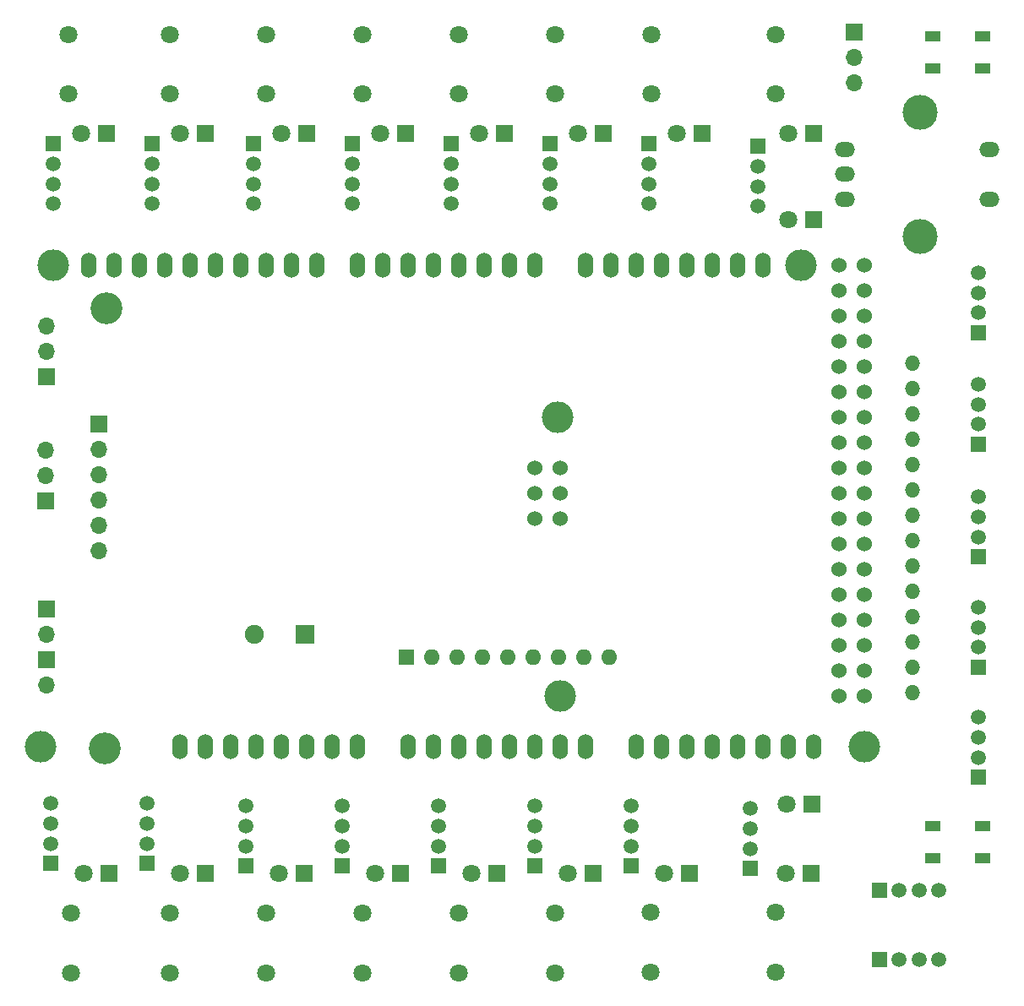
<source format=gbr>
G04 #@! TF.FileFunction,Soldermask,Top*
%FSLAX46Y46*%
G04 Gerber Fmt 4.6, Leading zero omitted, Abs format (unit mm)*
G04 Created by KiCad (PCBNEW 4.0.6-e0-6349~53~ubuntu16.04.1) date Thu Jun 29 18:49:34 2017*
%MOMM*%
%LPD*%
G01*
G04 APERTURE LIST*
%ADD10C,0.100000*%
%ADD11R,1.800000X1.800000*%
%ADD12C,1.800000*%
%ADD13R,1.600000X1.000000*%
%ADD14O,1.998980X1.501140*%
%ADD15C,3.500120*%
%ADD16R,1.905000X1.905000*%
%ADD17C,1.905000*%
%ADD18R,1.700000X1.700000*%
%ADD19O,1.700000X1.700000*%
%ADD20R,1.500000X1.500000*%
%ADD21C,1.500000*%
%ADD22R,1.600000X1.600000*%
%ADD23O,1.600000X1.600000*%
%ADD24O,1.524000X1.524000*%
%ADD25O,1.524000X2.540000*%
%ADD26C,3.175000*%
%ADD27C,1.524000*%
%ADD28C,3.200000*%
G04 APERTURE END LIST*
D10*
D11*
X132588000Y-107696000D03*
D12*
X130048000Y-107696000D03*
D11*
X142240000Y-107696000D03*
D12*
X139700000Y-107696000D03*
D11*
X152146000Y-107696000D03*
D12*
X149606000Y-107696000D03*
D11*
X161798000Y-107696000D03*
D12*
X159258000Y-107696000D03*
D11*
X171450000Y-107696000D03*
D12*
X168910000Y-107696000D03*
D11*
X181102000Y-107696000D03*
D12*
X178562000Y-107696000D03*
D11*
X190754000Y-107696000D03*
D12*
X188214000Y-107696000D03*
D11*
X132334000Y-33528000D03*
D12*
X129794000Y-33528000D03*
D11*
X142240000Y-33528000D03*
D12*
X139700000Y-33528000D03*
D11*
X152400000Y-33528000D03*
D12*
X149860000Y-33528000D03*
D11*
X162306000Y-33528000D03*
D12*
X159766000Y-33528000D03*
D11*
X172212000Y-33528000D03*
D12*
X169672000Y-33528000D03*
D11*
X182118000Y-33528000D03*
D12*
X179578000Y-33528000D03*
D11*
X192024000Y-33528000D03*
D12*
X189484000Y-33528000D03*
D11*
X203009500Y-107696000D03*
D12*
X200469500Y-107696000D03*
D11*
X203073000Y-100711000D03*
D12*
X200533000Y-100711000D03*
D11*
X203200000Y-33464500D03*
D12*
X200660000Y-33464500D03*
D11*
X203200000Y-42100500D03*
D12*
X200660000Y-42100500D03*
D13*
X215178000Y-102921000D03*
X215178000Y-106121000D03*
X220178000Y-102921000D03*
X220178000Y-106121000D03*
X215178000Y-23800000D03*
X215178000Y-27000000D03*
X220178000Y-23800000D03*
X220178000Y-27000000D03*
D14*
X206367380Y-35092640D03*
X206367380Y-37592000D03*
X206367380Y-40091360D03*
D15*
X213868000Y-31391860D03*
X213868000Y-43792140D03*
D14*
X220868240Y-35092640D03*
X220868240Y-40091360D03*
D16*
X152273000Y-83693000D03*
D17*
X147193000Y-83693000D03*
D18*
X126365000Y-81153000D03*
D19*
X126365000Y-83693000D03*
D18*
X126365000Y-86233000D03*
D19*
X126365000Y-88773000D03*
D20*
X126746000Y-106680000D03*
D21*
X126746000Y-104680000D03*
X126746000Y-102680000D03*
X126746000Y-100680000D03*
D20*
X136398000Y-106680000D03*
D21*
X136398000Y-104680000D03*
X136398000Y-102680000D03*
X136398000Y-100680000D03*
D20*
X146304000Y-106934000D03*
D21*
X146304000Y-104934000D03*
X146304000Y-102934000D03*
X146304000Y-100934000D03*
D20*
X155956000Y-106934000D03*
D21*
X155956000Y-104934000D03*
X155956000Y-102934000D03*
X155956000Y-100934000D03*
D20*
X165608000Y-106934000D03*
D21*
X165608000Y-104934000D03*
X165608000Y-102934000D03*
X165608000Y-100934000D03*
D20*
X175260000Y-106934000D03*
D21*
X175260000Y-104934000D03*
X175260000Y-102934000D03*
X175260000Y-100934000D03*
D20*
X184912000Y-106934000D03*
D21*
X184912000Y-104934000D03*
X184912000Y-102934000D03*
X184912000Y-100934000D03*
D20*
X127000000Y-34544000D03*
D21*
X127000000Y-36544000D03*
X127000000Y-38544000D03*
X127000000Y-40544000D03*
D20*
X136906000Y-34544000D03*
D21*
X136906000Y-36544000D03*
X136906000Y-38544000D03*
X136906000Y-40544000D03*
D20*
X147066000Y-34544000D03*
D21*
X147066000Y-36544000D03*
X147066000Y-38544000D03*
X147066000Y-40544000D03*
D20*
X156972000Y-34544000D03*
D21*
X156972000Y-36544000D03*
X156972000Y-38544000D03*
X156972000Y-40544000D03*
D20*
X166878000Y-34544000D03*
D21*
X166878000Y-36544000D03*
X166878000Y-38544000D03*
X166878000Y-40544000D03*
D20*
X176784000Y-34544000D03*
D21*
X176784000Y-36544000D03*
X176784000Y-38544000D03*
X176784000Y-40544000D03*
D20*
X186690000Y-34544000D03*
D21*
X186690000Y-36544000D03*
X186690000Y-38544000D03*
X186690000Y-40544000D03*
D20*
X196850000Y-107188000D03*
D21*
X196850000Y-105188000D03*
X196850000Y-103188000D03*
X196850000Y-101188000D03*
D20*
X197612000Y-34798000D03*
D21*
X197612000Y-36798000D03*
X197612000Y-38798000D03*
X197612000Y-40798000D03*
D18*
X126365000Y-57912000D03*
D19*
X126365000Y-55372000D03*
X126365000Y-52832000D03*
D18*
X126238000Y-70358000D03*
D19*
X126238000Y-67818000D03*
X126238000Y-65278000D03*
D18*
X207264000Y-23368000D03*
D19*
X207264000Y-25908000D03*
X207264000Y-28448000D03*
D22*
X162433000Y-85979000D03*
D23*
X164973000Y-85979000D03*
X167513000Y-85979000D03*
X170053000Y-85979000D03*
X172593000Y-85979000D03*
X175133000Y-85979000D03*
X177673000Y-85979000D03*
X180213000Y-85979000D03*
X182753000Y-85979000D03*
D24*
X213179000Y-89525500D03*
X213179000Y-86985500D03*
X213179000Y-84445500D03*
X213179000Y-81905500D03*
X213179000Y-79365500D03*
X213179000Y-76825500D03*
X213179000Y-74285500D03*
X213179000Y-71745500D03*
X213179000Y-69205500D03*
X213179000Y-66665500D03*
X213179000Y-64125500D03*
X213179000Y-61585500D03*
X213179000Y-59045500D03*
X213179000Y-56505500D03*
D18*
X131572000Y-62611000D03*
D19*
X131572000Y-65151000D03*
X131572000Y-67691000D03*
X131572000Y-70231000D03*
X131572000Y-72771000D03*
X131572000Y-75311000D03*
D20*
X219710000Y-64643000D03*
D21*
X219710000Y-62643000D03*
X219710000Y-60643000D03*
X219710000Y-58643000D03*
D20*
X219710000Y-75946000D03*
D21*
X219710000Y-73946000D03*
X219710000Y-71946000D03*
X219710000Y-69946000D03*
D20*
X219710000Y-86995000D03*
D21*
X219710000Y-84995000D03*
X219710000Y-82995000D03*
X219710000Y-80995000D03*
D20*
X209804000Y-116332000D03*
D21*
X211804000Y-116332000D03*
X213804000Y-116332000D03*
X215804000Y-116332000D03*
D12*
X128778000Y-111664000D03*
X128778000Y-117664000D03*
X138684000Y-111664000D03*
X138684000Y-117664000D03*
X148336000Y-111664000D03*
X148336000Y-117664000D03*
X157988000Y-111664000D03*
X157988000Y-117664000D03*
X167640000Y-111664000D03*
X167640000Y-117664000D03*
X177292000Y-111664000D03*
X177292000Y-117664000D03*
X186918600Y-111587800D03*
X186918600Y-117587800D03*
X128524000Y-29560000D03*
X128524000Y-23560000D03*
X138684000Y-29560000D03*
X138684000Y-23560000D03*
X148336000Y-29560000D03*
X148336000Y-23560000D03*
X157988000Y-29560000D03*
X157988000Y-23560000D03*
X167640000Y-29560000D03*
X167640000Y-23560000D03*
X177292000Y-29560000D03*
X177292000Y-23560000D03*
X186944000Y-29560000D03*
X186944000Y-23560000D03*
X199390000Y-111562400D03*
X199390000Y-117562400D03*
X199390000Y-29560000D03*
X199390000Y-23560000D03*
D25*
X180340000Y-46736000D03*
X182880000Y-46736000D03*
X185420000Y-46736000D03*
X187960000Y-46736000D03*
X190500000Y-46736000D03*
X193040000Y-46736000D03*
X195580000Y-46736000D03*
X198120000Y-46736000D03*
X203200000Y-94996000D03*
X200660000Y-94996000D03*
X198120000Y-94996000D03*
X195580000Y-94996000D03*
X185420000Y-94996000D03*
X180340000Y-94996000D03*
X177800000Y-94996000D03*
X187960000Y-94996000D03*
X190500000Y-94996000D03*
X193040000Y-94996000D03*
X175260000Y-94996000D03*
X172720000Y-94996000D03*
X170180000Y-94996000D03*
X162560000Y-94996000D03*
X165100000Y-94996000D03*
X167640000Y-94996000D03*
X157480000Y-94996000D03*
X154940000Y-94996000D03*
X152400000Y-94996000D03*
X147320000Y-94996000D03*
X144780000Y-94996000D03*
X175260000Y-46736000D03*
X172720000Y-46736000D03*
X170180000Y-46736000D03*
X167640000Y-46736000D03*
X165100000Y-46736000D03*
X162560000Y-46736000D03*
X160020000Y-46736000D03*
X157480000Y-46736000D03*
X153416000Y-46736000D03*
X150876000Y-46736000D03*
X148336000Y-46736000D03*
X145796000Y-46736000D03*
X143256000Y-46736000D03*
X140716000Y-46736000D03*
X138176000Y-46736000D03*
X135636000Y-46736000D03*
X149860000Y-94996000D03*
D26*
X208280000Y-94996000D03*
X201930000Y-46736000D03*
X127000000Y-46736000D03*
X125730000Y-94996000D03*
D27*
X205740000Y-49276000D03*
X208280000Y-49276000D03*
X205740000Y-51816000D03*
X208280000Y-51816000D03*
X205740000Y-54356000D03*
X208280000Y-54356000D03*
X205740000Y-56896000D03*
X208280000Y-56896000D03*
X205740000Y-46736000D03*
X208280000Y-46736000D03*
X208280000Y-59436000D03*
X205740000Y-59436000D03*
X205740000Y-61976000D03*
X208280000Y-61976000D03*
X205740000Y-64516000D03*
X208280000Y-64516000D03*
X205740000Y-67056000D03*
X208280000Y-67056000D03*
X205740000Y-69596000D03*
X208280000Y-69596000D03*
X205740000Y-72136000D03*
X208280000Y-72136000D03*
X205740000Y-74676000D03*
X208280000Y-74676000D03*
X205740000Y-77216000D03*
X208280000Y-77216000D03*
X205740000Y-79756000D03*
X208280000Y-79756000D03*
X205740000Y-82296000D03*
X208280000Y-82296000D03*
X205740000Y-84836000D03*
X208280000Y-84836000D03*
X205740000Y-87376000D03*
X208280000Y-87376000D03*
X205740000Y-89916000D03*
X208280000Y-89916000D03*
X175260000Y-67056000D03*
X177800000Y-67056000D03*
X175260000Y-69596000D03*
X177800000Y-69596000D03*
X175260000Y-72136000D03*
X177800000Y-72136000D03*
D26*
X177546000Y-61976000D03*
X177800000Y-89916000D03*
D25*
X142240000Y-94996000D03*
X139700000Y-94996000D03*
X133096000Y-46736000D03*
X130556000Y-46736000D03*
D20*
X219710000Y-53467000D03*
D21*
X219710000Y-51467000D03*
X219710000Y-49467000D03*
X219710000Y-47467000D03*
D20*
X219710000Y-98044000D03*
D21*
X219710000Y-96044000D03*
X219710000Y-94044000D03*
X219710000Y-92044000D03*
D20*
X209804000Y-109347000D03*
D21*
X211804000Y-109347000D03*
X213804000Y-109347000D03*
X215804000Y-109347000D03*
D28*
X132334000Y-51054000D03*
X132207000Y-95123000D03*
M02*

</source>
